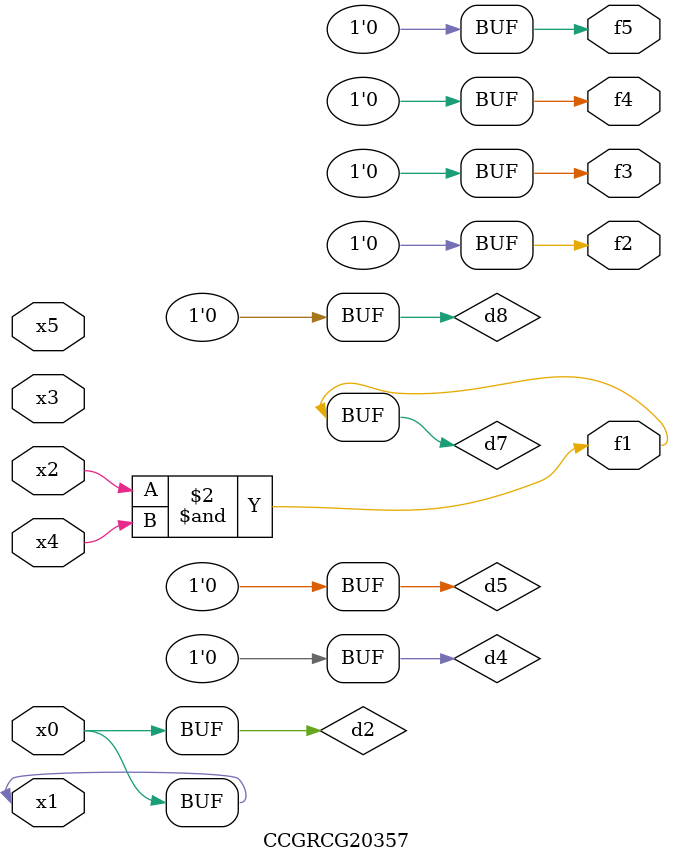
<source format=v>
module CCGRCG20357(
	input x0, x1, x2, x3, x4, x5,
	output f1, f2, f3, f4, f5
);

	wire d1, d2, d3, d4, d5, d6, d7, d8, d9;

	nand (d1, x1);
	buf (d2, x0, x1);
	nand (d3, x2, x4);
	and (d4, d1, d2);
	and (d5, d1, d2);
	nand (d6, d1, d3);
	not (d7, d3);
	xor (d8, d5);
	nor (d9, d5, d6);
	assign f1 = d7;
	assign f2 = d8;
	assign f3 = d8;
	assign f4 = d8;
	assign f5 = d8;
endmodule

</source>
